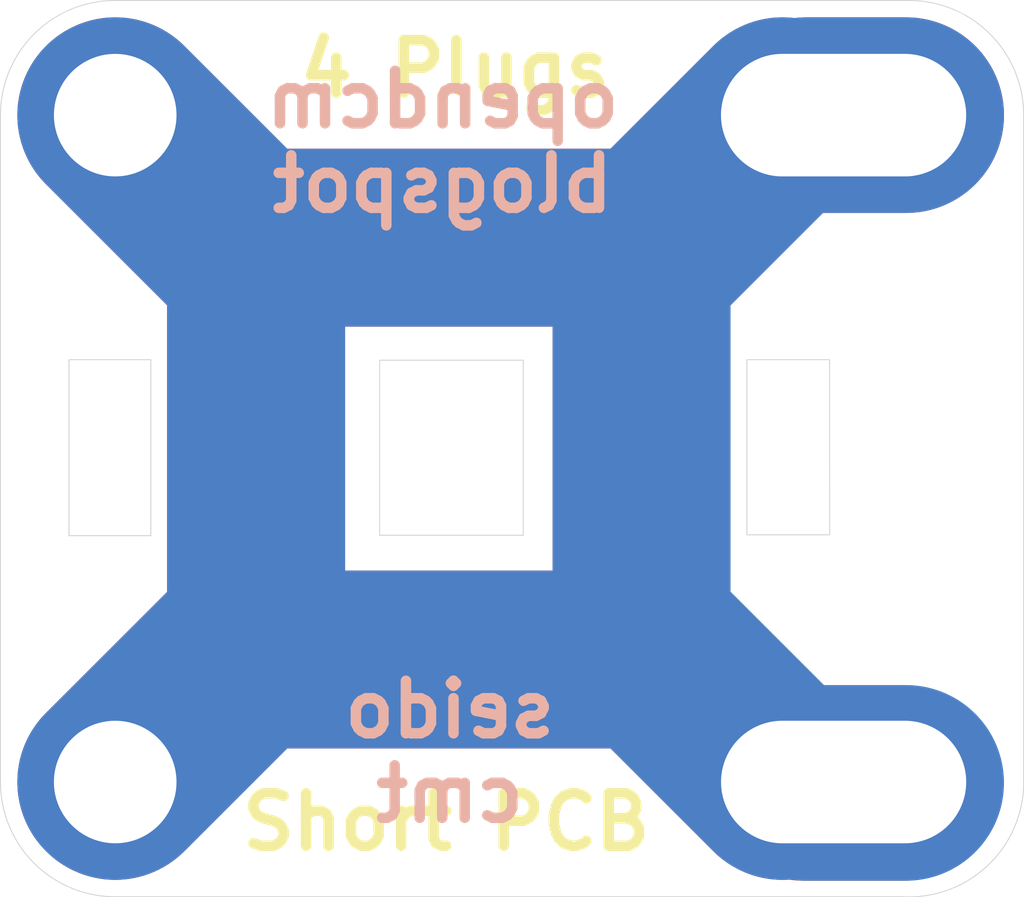
<source format=kicad_pcb>
(kicad_pcb (version 20171130) (host pcbnew 5.0.2-bee76a0~70~ubuntu14.04.1)

  (general
    (thickness 1.6)
    (drawings 24)
    (tracks 27)
    (zones 0)
    (modules 4)
    (nets 1)
  )

  (page A4)
  (layers
    (0 F.Cu signal)
    (31 B.Cu signal)
    (32 B.Adhes user)
    (33 F.Adhes user)
    (34 B.Paste user)
    (35 F.Paste user)
    (36 B.SilkS user)
    (37 F.SilkS user)
    (38 B.Mask user)
    (39 F.Mask user)
    (40 Dwgs.User user)
    (41 Cmts.User user)
    (42 Eco1.User user)
    (43 Eco2.User user)
    (44 Edge.Cuts user)
    (45 Margin user)
    (46 B.CrtYd user)
    (47 F.CrtYd user)
    (48 B.Fab user)
    (49 F.Fab user)
  )

  (setup
    (last_trace_width 0.25)
    (trace_clearance 0.2)
    (zone_clearance 0.508)
    (zone_45_only no)
    (trace_min 0.2)
    (segment_width 0.2)
    (edge_width 0.0254)
    (via_size 0.8)
    (via_drill 0.4)
    (via_min_size 0.4)
    (via_min_drill 0.3)
    (uvia_size 0.3)
    (uvia_drill 0.1)
    (uvias_allowed no)
    (uvia_min_size 0.2)
    (uvia_min_drill 0.1)
    (pcb_text_width 0.3)
    (pcb_text_size 1.5 1.5)
    (mod_edge_width 0.15)
    (mod_text_size 1 1)
    (mod_text_width 0.15)
    (pad_size 8.5 5)
    (pad_drill 7)
    (pad_to_mask_clearance 0.2)
    (solder_mask_min_width 0.25)
    (aux_axis_origin 143.129 111.76)
    (grid_origin 143.129 92.71)
    (visible_elements FFFF7FFF)
    (pcbplotparams
      (layerselection 0x010fc_ffffffff)
      (usegerberextensions false)
      (usegerberattributes false)
      (usegerberadvancedattributes false)
      (creategerberjobfile false)
      (excludeedgelayer true)
      (linewidth 0.100000)
      (plotframeref false)
      (viasonmask false)
      (mode 1)
      (useauxorigin false)
      (hpglpennumber 1)
      (hpglpenspeed 20)
      (hpglpendiameter 15.000000)
      (psnegative false)
      (psa4output false)
      (plotreference true)
      (plotvalue true)
      (plotinvisibletext false)
      (padsonsilk false)
      (subtractmaskfromsilk false)
      (outputformat 1)
      (mirror false)
      (drillshape 1)
      (scaleselection 1)
      (outputdirectory ""))
  )

  (net 0 "")

  (net_class Default "This is the default net class."
    (clearance 0.2)
    (trace_width 0.25)
    (via_dia 0.8)
    (via_drill 0.4)
    (uvia_dia 0.3)
    (uvia_drill 0.1)
  )

  (module cal_zero_uni:VIA (layer F.Cu) (tedit 5C055CDB) (tstamp 5AE36BFF)
    (at 180.5178 108.204 270)
    (path /5AE3685D)
    (fp_text reference U4 (at 0 0.5 270) (layer F.SilkS)
      (effects (font (size 1 1) (thickness 0.15)))
    )
    (fp_text value VIA (at 0 -0.5 270) (layer F.Fab)
      (effects (font (size 1 1) (thickness 0.15)))
    )
    (pad 1 thru_hole circle (at 0 0 270) (size 5 5) (drill 3.5) (layers *.Cu *.Mask))
  )

  (module cal_zero_uni:VIA (layer F.Cu) (tedit 5C055CDB) (tstamp 5AE36C17)
    (at 180.5178 89.154 270)
    (path /5AE366F5)
    (fp_text reference U2 (at 0 0.5 270) (layer F.SilkS)
      (effects (font (size 1 1) (thickness 0.15)))
    )
    (fp_text value VIA (at 0 -0.5 270) (layer F.Fab)
      (effects (font (size 1 1) (thickness 0.15)))
    )
    (pad 1 thru_hole circle (at 0 0 270) (size 5 5) (drill 3.5) (layers *.Cu *.Mask))
  )

  (module cal_zero_uni:VIA_oval (layer F.Cu) (tedit 5C528909) (tstamp 5C52898A)
    (at 201.31405 108.204)
    (path /5AE367CF)
    (fp_text reference U3 (at 0 0.5) (layer F.SilkS)
      (effects (font (size 1 1) (thickness 0.15)))
    )
    (fp_text value VIA (at 0 -0.5) (layer F.Fab)
      (effects (font (size 1 1) (thickness 0.15)))
    )
    (pad 1 thru_hole oval (at 0 0) (size 8.5 5) (drill oval 7 3.5) (layers *.Cu *.Mask))
  )

  (module cal_zero_uni:VIA_oval (layer F.Cu) (tedit 5C528C82) (tstamp 5C528C60)
    (at 199.5678 89.154)
    (path /5AE36678)
    (fp_text reference U1 (at 0 0.5) (layer F.SilkS)
      (effects (font (size 1 1) (thickness 0.15)))
    )
    (fp_text value VIA (at 0 -0.5) (layer F.Fab)
      (effects (font (size 1 1) (thickness 0.15)))
    )
    (pad 1 thru_hole oval (at 1.74498 0) (size 8.5 5) (drill oval 7 3.5) (layers *.Cu *.Mask))
  )

  (gr_text "seido\ncmt" (at 190.0682 107.3404) (layer B.SilkS) (tstamp 5C056AE8)
    (effects (font (size 1.5 1.5) (thickness 0.3)) (justify mirror))
  )
  (gr_text "opendcm\nblogspot" (at 189.865 89.916) (layer B.SilkS) (tstamp 5C0566A1)
    (effects (font (size 1.5 1.5) (thickness 0.3)) (justify mirror))
  )
  (gr_line (start 202.9968 111.4806) (end 180.5178 111.4806) (layer Edge.Cuts) (width 0.0254) (tstamp 5C055DE0))
  (gr_text "4 Plugs" (at 190.2206 87.8332) (layer F.SilkS) (tstamp 5B0EF8F6)
    (effects (font (size 1.5 1.5) (thickness 0.3)))
  )
  (gr_text "Short PCB" (at 189.9666 109.347) (layer F.SilkS)
    (effects (font (size 1.5 1.5) (thickness 0.3)))
  )
  (gr_line (start 181.5338 96.139) (end 179.197 96.139) (layer Edge.Cuts) (width 0.0254) (tstamp 5B0EEF41))
  (gr_line (start 181.5338 96.139) (end 181.5338 101.1682) (layer Edge.Cuts) (width 0.0254) (tstamp 5B0EEF40))
  (gr_line (start 179.197 101.1682) (end 181.5338 101.1682) (layer Edge.Cuts) (width 0.0254) (tstamp 5B0EEF3F))
  (gr_line (start 179.197 96.139) (end 179.197 101.1682) (layer Edge.Cuts) (width 0.0254) (tstamp 5B0EEF3E))
  (gr_line (start 200.914 96.139) (end 200.9168 101.1286) (layer Edge.Cuts) (width 0.0254) (tstamp 5B0EEF11))
  (gr_line (start 198.5518 96.139) (end 198.5518 101.1428) (layer Edge.Cuts) (width 0.0254) (tstamp 5B0EEEDA))
  (gr_line (start 192.1678 101.154) (end 188.0678 101.154) (layer Edge.Cuts) (width 0.0254) (tstamp 5B0EEDE5))
  (gr_line (start 188.0678 96.154) (end 188.0678 101.154918) (layer Edge.Cuts) (width 0.0254) (tstamp 5B0EEDDD))
  (gr_line (start 192.1678 96.154) (end 188.0678 96.154) (layer Edge.Cuts) (width 0.0254) (tstamp 5B0EEA38))
  (gr_line (start 192.1678 96.154) (end 192.1678 101.154) (layer Edge.Cuts) (width 0.0254) (tstamp 5B0EEA35))
  (gr_line (start 198.5518 101.1428) (end 200.914 101.1428) (layer Edge.Cuts) (width 0.0254))
  (gr_line (start 200.914 96.139) (end 198.5518 96.139) (layer Edge.Cuts) (width 0.0254) (tstamp 5AEBEAD6))
  (gr_line (start 203.1746 85.8774) (end 180.5178 85.8774) (layer Edge.Cuts) (width 0.0254))
  (gr_line (start 206.45374 108.27258) (end 206.45374 89.2302) (layer Edge.Cuts) (width 0.0254) (tstamp 5C528CF6))
  (gr_line (start 177.2412 89.154) (end 177.2412 108.204) (layer Edge.Cuts) (width 0.0254) (tstamp 5AEBEA33))
  (gr_arc (start 203.1746 108.204) (end 202.9968 111.4806) (angle -91.7757634) (layer Edge.Cuts) (width 0.0254))
  (gr_arc (start 203.17714 89.154886) (end 206.45374 89.231086) (angle -91.33221985) (layer Edge.Cuts) (width 0.0254))
  (gr_arc (start 180.5178 89.154) (end 180.5178 85.8774) (angle -90) (layer Edge.Cuts) (width 0.0254))
  (gr_arc (start 180.5178 108.204) (end 177.2412 108.204) (angle -90) (layer Edge.Cuts) (width 0.0254))

  (segment (start 184.017799 92.653999) (end 180.5178 89.154) (width 5.588) (layer F.Cu) (net 0) (status 20))
  (segment (start 196.067801 92.653999) (end 184.017799 92.653999) (width 5.08) (layer F.Cu) (net 0))
  (segment (start 184.54051 93.17671) (end 184.54051 104.18129) (width 5.08) (layer F.Cu) (net 0))
  (segment (start 180.5178 89.154) (end 184.54051 93.17671) (width 5.08) (layer F.Cu) (net 0) (status 10))
  (segment (start 196.067801 104.704001) (end 199.5678 108.204) (width 5.588) (layer F.Cu) (net 0) (status 20))
  (segment (start 184.017799 104.704001) (end 196.067801 104.704001) (width 5.08) (layer F.Cu) (net 0))
  (segment (start 180.5178 108.204) (end 184.017799 104.704001) (width 5.588) (layer F.Cu) (net 0) (status 10))
  (segment (start 195.54509 93.17671) (end 196.067801 92.653999) (width 5.08) (layer F.Cu) (net 0))
  (segment (start 195.54509 104.18129) (end 195.54509 93.17671) (width 5.08) (layer F.Cu) (net 0))
  (segment (start 196.067801 92.653999) (end 199.5678 89.154) (width 5.588) (layer F.Cu) (net 0) (status 20))
  (segment (start 199.5678 108.204) (end 195.54509 104.18129) (width 5.08) (layer F.Cu) (net 0) (status 10))
  (segment (start 196.067801 92.653999) (end 184.017799 92.653999) (width 5.08) (layer B.Cu) (net 0))
  (segment (start 199.5678 89.154) (end 196.067801 92.653999) (width 5.588) (layer B.Cu) (net 0) (status 10))
  (segment (start 195.54509 104.18129) (end 196.067801 104.704001) (width 5.08) (layer B.Cu) (net 0))
  (segment (start 195.54509 93.17671) (end 195.54509 104.18129) (width 5.08) (layer B.Cu) (net 0))
  (segment (start 199.5678 89.154) (end 195.54509 93.17671) (width 5.08) (layer B.Cu) (net 0) (status 10))
  (segment (start 184.017799 104.704001) (end 180.5178 108.204) (width 5.588) (layer B.Cu) (net 0) (status 20))
  (segment (start 196.067801 104.704001) (end 184.017799 104.704001) (width 5.08) (layer B.Cu) (net 0))
  (segment (start 199.5678 108.204) (end 196.067801 104.704001) (width 5.588) (layer B.Cu) (net 0) (status 10))
  (segment (start 184.017799 92.653999) (end 180.5178 89.154) (width 5.588) (layer B.Cu) (net 0) (status 20))
  (segment (start 184.54051 93.17671) (end 184.017799 92.653999) (width 5.08) (layer B.Cu) (net 0))
  (segment (start 184.54051 104.18129) (end 184.54051 93.17671) (width 5.08) (layer B.Cu) (net 0))
  (segment (start 180.5178 108.204) (end 184.54051 104.18129) (width 5.08) (layer B.Cu) (net 0) (status 10))
  (segment (start 200.2536 89.154) (end 203.0984 89.154) (width 5.588) (layer B.Cu) (net 0))
  (segment (start 200.1774 108.2294) (end 203.0222 108.2294) (width 5.588) (layer F.Cu) (net 0) (tstamp 5C6ADC12))
  (segment (start 200.2536 89.154) (end 203.0984 89.154) (width 5.588) (layer F.Cu) (net 0) (tstamp 5C6ADC88))
  (segment (start 200.2536 108.2294) (end 203.0984 108.2294) (width 5.588) (layer B.Cu) (net 0) (tstamp 5C6AF020))

)

</source>
